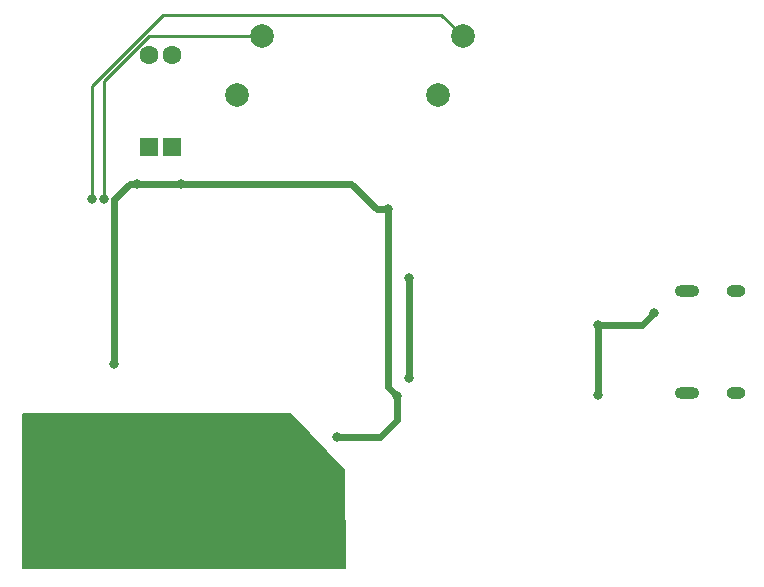
<source format=gtl>
%TF.GenerationSoftware,KiCad,Pcbnew,7.0.2*%
%TF.CreationDate,2023-06-21T18:27:12-05:00*%
%TF.ProjectId,MXB_INTMCU.kicad_pro,4d58425f-494e-4544-9d43-552e6b696361,rev?*%
%TF.SameCoordinates,Original*%
%TF.FileFunction,Copper,L1,Top*%
%TF.FilePolarity,Positive*%
%FSLAX46Y46*%
G04 Gerber Fmt 4.6, Leading zero omitted, Abs format (unit mm)*
G04 Created by KiCad (PCBNEW 7.0.2) date 2023-06-21 18:27:12*
%MOMM*%
%LPD*%
G01*
G04 APERTURE LIST*
%TA.AperFunction,ComponentPad*%
%ADD10C,1.600000*%
%TD*%
%TA.AperFunction,ComponentPad*%
%ADD11R,1.600000X1.600000*%
%TD*%
%TA.AperFunction,ComponentPad*%
%ADD12C,2.000000*%
%TD*%
%TA.AperFunction,ComponentPad*%
%ADD13O,2.100000X1.000000*%
%TD*%
%TA.AperFunction,ComponentPad*%
%ADD14O,1.600000X1.000000*%
%TD*%
%TA.AperFunction,ViaPad*%
%ADD15C,0.800000*%
%TD*%
%TA.AperFunction,Conductor*%
%ADD16C,0.600000*%
%TD*%
%TA.AperFunction,Conductor*%
%ADD17C,0.250000*%
%TD*%
G04 APERTURE END LIST*
D10*
%TO.P,D2,2*%
%TO.N,Net-(D2-Pad2)*%
X115050000Y-58500000D03*
D11*
%TO.P,D2,1*%
%TO.N,ROW0*%
X115050000Y-66300000D03*
%TD*%
D12*
%TO.P,SW1,2*%
%TO.N,COL0*%
X139650000Y-56900000D03*
%TO.P,SW1,1*%
%TO.N,Net-(D1-Pad2)*%
X137550000Y-61900000D03*
%TD*%
D10*
%TO.P,D1,2*%
%TO.N,Net-(D1-Pad2)*%
X113050000Y-58500000D03*
D11*
%TO.P,D1,1*%
%TO.N,ROW0*%
X113050000Y-66300000D03*
%TD*%
D12*
%TO.P,SW2,2*%
%TO.N,COL1*%
X122650000Y-56900000D03*
%TO.P,SW2,1*%
%TO.N,Net-(D2-Pad2)*%
X120550000Y-61900000D03*
%TD*%
D13*
%TO.P,USB1,13,SHIELD*%
%TO.N,Net-(USB1-SHIELD)*%
X158632500Y-87130000D03*
D14*
X162812500Y-87130000D03*
D13*
X158632500Y-78490000D03*
D14*
X162812500Y-78490000D03*
%TD*%
D15*
%TO.N,GND*%
X135050000Y-85800000D03*
X135050000Y-77350000D03*
%TO.N,COL0*%
X108250497Y-70700000D03*
%TO.N,COL1*%
X109250000Y-70700000D03*
%TO.N,GND*%
X106275000Y-99275000D03*
X106075000Y-91175000D03*
X126275000Y-98050000D03*
X117725000Y-99175000D03*
%TO.N,VCC*%
X151100000Y-81300000D03*
%TO.N,+5V*%
X128975000Y-90800000D03*
X133288000Y-71554000D03*
X112100000Y-69375000D03*
X134050000Y-87375000D03*
X115825000Y-69375000D03*
%TO.N,VCC*%
X151100000Y-87300000D03*
%TO.N,+5V*%
X110150000Y-84675000D03*
%TO.N,VCC*%
X155850000Y-80300000D03*
%TD*%
D16*
%TO.N,+5V*%
X133288000Y-86613000D02*
X134050000Y-87375000D01*
X133288000Y-71554000D02*
X133288000Y-86613000D01*
X134050000Y-89350000D02*
X132600000Y-90800000D01*
X134050000Y-87375000D02*
X134050000Y-89350000D01*
X132600000Y-90800000D02*
X128975000Y-90800000D01*
%TO.N,GND*%
X135050000Y-77350000D02*
X135050000Y-85800000D01*
%TO.N,+5V*%
X130175000Y-69375000D02*
X115825000Y-69375000D01*
X132354000Y-71554000D02*
X130175000Y-69375000D01*
X133288000Y-71554000D02*
X132354000Y-71554000D01*
D17*
%TO.N,COL0*%
X114247613Y-55075000D02*
X137825000Y-55075000D01*
X137825000Y-55075000D02*
X139650000Y-56900000D01*
X108250497Y-70700000D02*
X108250497Y-61072116D01*
X108250497Y-61072116D02*
X114247613Y-55075000D01*
%TO.N,COL1*%
X109250000Y-60709009D02*
X113059009Y-56900000D01*
X113059009Y-56900000D02*
X122650000Y-56900000D01*
X109250000Y-70700000D02*
X109250000Y-60709009D01*
D16*
%TO.N,+5V*%
X115825000Y-69375000D02*
X111475000Y-69375000D01*
%TO.N,VCC*%
X151100000Y-81300000D02*
X154850000Y-81300000D01*
%TO.N,+5V*%
X111475000Y-69375000D02*
X110150000Y-70700000D01*
%TO.N,VCC*%
X151100000Y-87300000D02*
X151100000Y-81300000D01*
%TO.N,+5V*%
X110150000Y-70700000D02*
X110150000Y-84675000D01*
%TO.N,VCC*%
X154850000Y-81300000D02*
X155850000Y-80300000D01*
%TD*%
%TA.AperFunction,Conductor*%
%TO.N,GND*%
G36*
X125173460Y-88845685D02*
G01*
X125196720Y-88865017D01*
X129666486Y-93614390D01*
X129698097Y-93676700D01*
X129700186Y-93698900D01*
X129731525Y-101909527D01*
X129712097Y-101976641D01*
X129659468Y-102022597D01*
X129607526Y-102034000D01*
X126625000Y-102034000D01*
X102424000Y-102034000D01*
X102356961Y-102014315D01*
X102311206Y-101961511D01*
X102300000Y-101910000D01*
X102300000Y-88950000D01*
X102319685Y-88882961D01*
X102372489Y-88837206D01*
X102424000Y-88826000D01*
X125106421Y-88826000D01*
X125173460Y-88845685D01*
G37*
%TD.AperFunction*%
%TD*%
M02*

</source>
